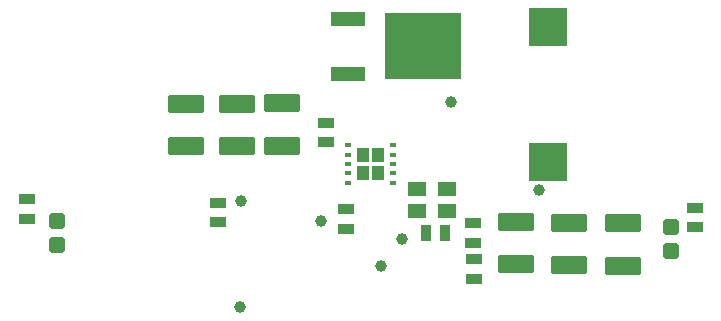
<source format=gtp>
G04*
G04 #@! TF.GenerationSoftware,Altium Limited,Altium Designer,23.5.1 (21)*
G04*
G04 Layer_Color=8421504*
%FSLAX25Y25*%
%MOIN*%
G70*
G04*
G04 #@! TF.SameCoordinates,F2DA617C-CCEF-44E5-B4ED-05EE2DC053E7*
G04*
G04*
G04 #@! TF.FilePolarity,Positive*
G04*
G01*
G75*
%ADD14R,0.04134X0.05118*%
G04:AMPARAMS|DCode=15|XSize=62.99mil|YSize=118.11mil|CornerRadius=4.72mil|HoleSize=0mil|Usage=FLASHONLY|Rotation=90.000|XOffset=0mil|YOffset=0mil|HoleType=Round|Shape=RoundedRectangle|*
%AMROUNDEDRECTD15*
21,1,0.06299,0.10866,0,0,90.0*
21,1,0.05354,0.11811,0,0,90.0*
1,1,0.00945,0.05433,0.02677*
1,1,0.00945,0.05433,-0.02677*
1,1,0.00945,-0.05433,-0.02677*
1,1,0.00945,-0.05433,0.02677*
%
%ADD15ROUNDEDRECTD15*%
%ADD16R,0.11221X0.04921*%
%ADD17R,0.25591X0.21850*%
%ADD18C,0.03937*%
G04:AMPARAMS|DCode=19|XSize=55.12mil|YSize=35.43mil|CornerRadius=2.66mil|HoleSize=0mil|Usage=FLASHONLY|Rotation=180.000|XOffset=0mil|YOffset=0mil|HoleType=Round|Shape=RoundedRectangle|*
%AMROUNDEDRECTD19*
21,1,0.05512,0.03012,0,0,180.0*
21,1,0.04980,0.03543,0,0,180.0*
1,1,0.00532,-0.02490,0.01506*
1,1,0.00532,0.02490,0.01506*
1,1,0.00532,0.02490,-0.01506*
1,1,0.00532,-0.02490,-0.01506*
%
%ADD19ROUNDEDRECTD19*%
G04:AMPARAMS|DCode=20|XSize=49.21mil|YSize=62.99mil|CornerRadius=4.92mil|HoleSize=0mil|Usage=FLASHONLY|Rotation=90.000|XOffset=0mil|YOffset=0mil|HoleType=Round|Shape=RoundedRectangle|*
%AMROUNDEDRECTD20*
21,1,0.04921,0.05315,0,0,90.0*
21,1,0.03937,0.06299,0,0,90.0*
1,1,0.00984,0.02657,0.01968*
1,1,0.00984,0.02657,-0.01968*
1,1,0.00984,-0.02657,-0.01968*
1,1,0.00984,-0.02657,0.01968*
%
%ADD20ROUNDEDRECTD20*%
%ADD21R,0.00433X0.02008*%
%ADD22R,0.02362X0.01181*%
G04:AMPARAMS|DCode=23|XSize=51.18mil|YSize=51.18mil|CornerRadius=5.12mil|HoleSize=0mil|Usage=FLASHONLY|Rotation=270.000|XOffset=0mil|YOffset=0mil|HoleType=Round|Shape=RoundedRectangle|*
%AMROUNDEDRECTD23*
21,1,0.05118,0.04095,0,0,270.0*
21,1,0.04095,0.05118,0,0,270.0*
1,1,0.01024,-0.02047,-0.02047*
1,1,0.01024,-0.02047,0.02047*
1,1,0.01024,0.02047,0.02047*
1,1,0.01024,0.02047,-0.02047*
%
%ADD23ROUNDEDRECTD23*%
G04:AMPARAMS|DCode=24|XSize=55.12mil|YSize=35.43mil|CornerRadius=2.66mil|HoleSize=0mil|Usage=FLASHONLY|Rotation=270.000|XOffset=0mil|YOffset=0mil|HoleType=Round|Shape=RoundedRectangle|*
%AMROUNDEDRECTD24*
21,1,0.05512,0.03012,0,0,270.0*
21,1,0.04980,0.03543,0,0,270.0*
1,1,0.00532,-0.01506,-0.02490*
1,1,0.00532,-0.01506,0.02490*
1,1,0.00532,0.01506,0.02490*
1,1,0.00532,0.01506,-0.02490*
%
%ADD24ROUNDEDRECTD24*%
%ADD25R,0.12500X0.12992*%
D14*
X155185Y67047D02*
D03*
Y72953D02*
D03*
X150264Y67047D02*
D03*
Y72953D02*
D03*
D15*
X236724Y36113D02*
D03*
Y50287D02*
D03*
X91000Y90087D02*
D03*
Y75913D02*
D03*
X108000Y90087D02*
D03*
Y75913D02*
D03*
X123100Y90187D02*
D03*
Y76013D02*
D03*
X218824Y36313D02*
D03*
Y50487D02*
D03*
X201024Y36613D02*
D03*
Y50787D02*
D03*
D16*
X145102Y118454D02*
D03*
Y100146D02*
D03*
D17*
X170298Y109300D02*
D03*
D18*
X208724Y61200D02*
D03*
X109200Y22200D02*
D03*
X136000Y51000D02*
D03*
X109627Y57754D02*
D03*
X163000Y45000D02*
D03*
X156000Y36000D02*
D03*
X179500Y90700D02*
D03*
D19*
X186724Y43752D02*
D03*
Y50248D02*
D03*
X38000Y58248D02*
D03*
Y51752D02*
D03*
X187000Y38248D02*
D03*
Y31752D02*
D03*
X144363Y48363D02*
D03*
Y54859D02*
D03*
X101700Y57148D02*
D03*
Y50652D02*
D03*
X137800Y83848D02*
D03*
Y77352D02*
D03*
X260724Y49000D02*
D03*
Y55496D02*
D03*
D20*
X168000Y61524D02*
D03*
Y54476D02*
D03*
X178000D02*
D03*
Y61524D02*
D03*
D21*
X152724Y70000D02*
D03*
D22*
X160205Y63701D02*
D03*
Y66850D02*
D03*
Y70000D02*
D03*
Y73150D02*
D03*
Y76299D02*
D03*
X145244Y63701D02*
D03*
Y66850D02*
D03*
Y70000D02*
D03*
Y73150D02*
D03*
Y76299D02*
D03*
D23*
X48000Y51134D02*
D03*
Y42866D02*
D03*
X252724Y49134D02*
D03*
Y40866D02*
D03*
D24*
X177496Y47000D02*
D03*
X171000D02*
D03*
D25*
X211700Y70600D02*
D03*
Y115600D02*
D03*
M02*

</source>
